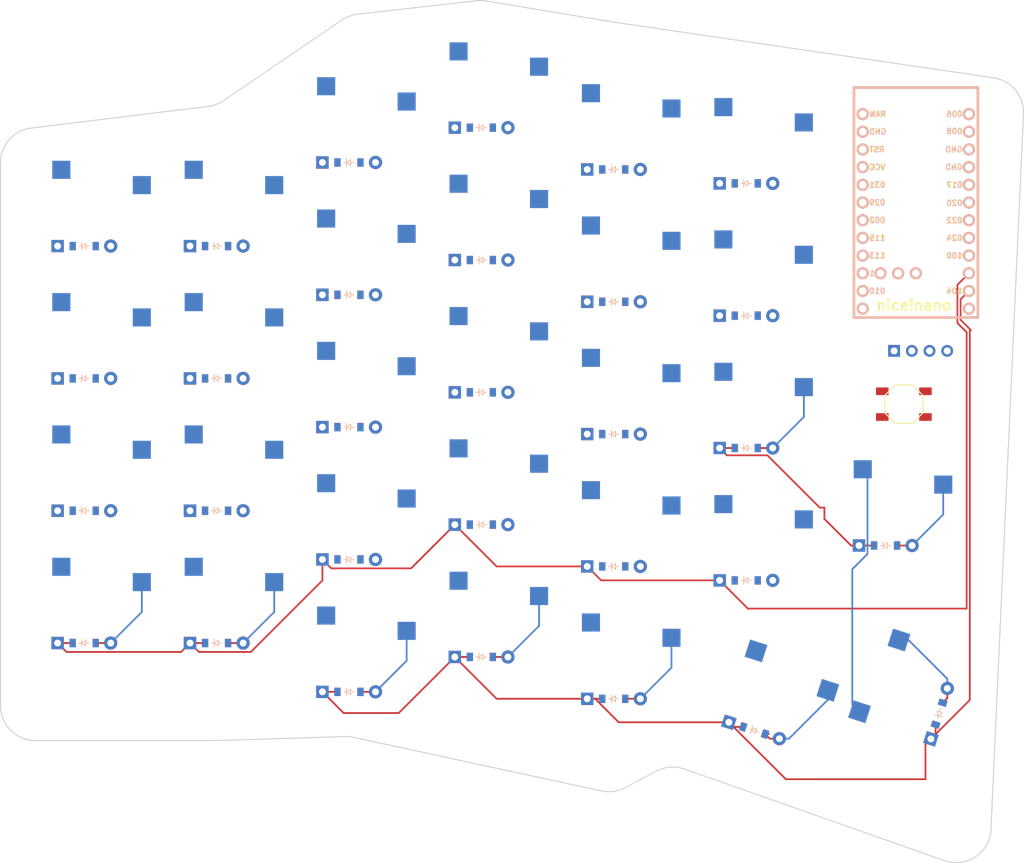
<source format=kicad_pcb>
(kicad_pcb (version 20240108) (generator "pcbnew") (generator_version "8.0")
  (title_block (title "left") (rev "v1.0.0") (company "Unknown"))
  (layers (0 "F.Cu" signal) (31 "B.Cu" signal) (34 "B.Paste" user) (35 "F.Paste" user) (36 "B.SilkS" user "B.Silkscreen") (37 "F.SilkS" user "F.Silkscreen") (38 "B.Mask" user) (39 "F.Mask" user) (44 "Edge.Cuts" user))
  (net 0 "")
  (net 1 "p031")
  (net 2 "outer_bottom")
  (net 3 "outer_home")
  (net 4 "outer_top")
  (net 5 "outer_num")
  (net 6 "P002")
  (net 7 "pinky_bottom")
  (net 8 "pinky_home")
  (net 9 "pinky_top")
  (net 10 "pinky_num")
  (net 11 "P115")
  (net 12 "ring_mod")
  (net 13 "ring_bottom")
  (net 14 "ring_home")
  (net 15 "ring_top")
  (net 16 "ring_num")
  (net 17 "P113")
  (net 18 "middle_mod")
  (net 19 "middle_bottom")
  (net 20 "middle_home")
  (net 21 "middle_top")
  (net 22 "middle_num")
  (net 23 "P111")
  (net 24 "index_mod")
  (net 25 "index_bottom")
  (net 26 "index_home")
  (net 27 "index_top")
  (net 28 "index_num")
  (net 29 "P010")
  (net 30 "inner_bottom")
  (net 31 "inner_home")
  (net 32 "inner_top")
  (net 33 "inner_num")
  (net 34 "P109")
  (net 35 "inner_mod_home")
  (net 36 "home_cluster")
  (net 37 "far_cluster")
  (net 38 "P011")
  (net 39 "P100")
  (net 40 "P024")
  (net 41 "P022")
  (net 42 "P104")
  (net 43 "RAW")
  (net 44 "GND")
  (net 45 "RST")
  (net 46 "VCC")
  (net 47 "P031")
  (net 48 "P029")
  (net 49 "P009")
  (net 50 "P006")
  (net 51 "P008")
  (net 52 "P017")
  (net 53 "P020")
  (net 54 "P106")
  (net 55 "P101")
  (net 56 "P102")
  (net 57 "P107")
  (net 58 "reset")
  (footprint "E73:SW_TACT_ALPS_SKQGABE010" (layer "F.Cu") (at 195.4 77.65)
    (property "Reference" "B1" (hide yes))
    (property "Value" "" (hide yes))
  )
  (footprint "ComboDiode" (layer "F.Cu") (at 115.775 42.95)
    (property "Reference" "D13" (hide yes))
    (property "Value" "" (hide yes))
  )
  (footprint "ComboDiode" (layer "F.Cu") (at 96.775 111.95)
    (property "Reference" "D5" (hide yes))
    (property "Value" "" (hide yes))
  )
  (footprint "ComboDiode" (layer "F.Cu") (at 172.775 83.95)
    (property "Reference" "D25" (hide yes))
    (property "Value" "" (hide yes))
  )
  (footprint "ComboDiode" (layer "F.Cu") (at 153.775 119.95)
    (property "Reference" "D19" (hide yes))
    (property "Value" "" (hide yes))
  )
  (footprint "ComboDiode" (layer "F.Cu") (at 173.914066 124.503216 -18)
    (property "Reference" "D29" (hide yes))
    (property "Value" "" (hide yes))
  )
  (footprint "PG1350" (layer "F.Cu") (at 96.775 87.95)
    (property "Reference" "S6" (hide yes))
    (property "Value" "" (hide yes))
  )
  (footprint "PG1350" (layer "F.Cu") (at 172.775 78.95)
    (property "Reference" "S25" (hide yes))
    (property "Value" "" (hide yes))
  )
  (footprint "ComboDiode" (layer "F.Cu") (at 77.775 92.95)
    (property "Reference" "D2" (hide yes))
    (property "Value" "" (hide yes))
  )
  (footprint "ComboDiode" (layer "F.Cu") (at 153.775 100.95)
    (property "Reference" "D20" (hide yes))
    (property "Value" "" (hide yes))
  )
  (footprint "PG1350" (layer "F.Cu") (at 77.775 68.95)
    (property "Reference" "S3" (hide yes))
    (property "Value" "" (hide yes))
  )
  (footprint "ComboDiode" (layer "F.Cu") (at 192.775 97.95)
    (property "Reference" "D28" (hide yes))
    (property "Value" "" (hide yes))
  )
  (footprint "PG1350" (layer "F.Cu") (at 115.775 113.95)
    (property "Reference" "S9" (hide yes))
    (property "Value" "" (hide yes))
  )
  (footprint "ComboDiode" (layer "F.Cu") (at 200.459629 122.088039 72)
    (property "Reference" "D30" (hide yes))
    (property "Value" "" (hide yes))
  )
  (footprint "PG1350" (layer "F.Cu") (at 134.775 89.95)
    (property "Reference" "S15" (hide yes))
    (property "Value" "" (hide yes))
  )
  (footprint "PG1350" (layer "F.Cu") (at 134.775 70.95)
    (property "Reference" "S16" (hide yes))
    (property "Value" "" (hide yes))
  )
  (footprint "PG1350" (layer "F.Cu") (at 172.775 40.95)
    (property "Reference" "S27" (hide yes))
    (property "Value" "" (hide yes))
  )
  (footprint "PG1350" (layer "F.Cu") (at 134.775 108.95)
    (property "Reference" "S14" (hide yes))
    (property "Value" "" (hide yes))
  )
  (footprint "ComboDiode" (layer "F.Cu") (at 153.775 43.95)
    (property "Reference" "D23" (hide yes))
    (property "Value" "" (hide yes))
  )
  (footprint "ComboDiode" (layer "F.Cu") (at 134.775 113.95)
    (property "Reference" "D14" (hide yes))
    (property "Value" "" (hide yes))
  )
  (footprint "ComboDiode" (layer "F.Cu") (at 96.775 73.95)
    (property "Reference" "D7" (hide yes))
    (property "Value" "" (hide yes))
  )
  (footprint "PG1350" (layer "F.Cu") (at 153.775 57.95)
    (property "Reference" "S22" (hide yes))
    (property "Value" "" (hide yes))
  )
  (footprint "ComboDiode" (layer "F.Cu") (at 172.775 45.95)
    (property "Reference" "D27" (hide yes))
    (property "Value" "" (hide yes))
  )
  (footprint "PG1350" (layer "F.Cu") (at 115.775 94.95)
    (property "Reference" "S10" (hide yes))
    (property "Value" "" (hide yes))
  )
  (footprint "ComboDiode" (layer "F.Cu") (at 115.775 118.95)
    (property "Reference" "D9" (hide yes))
    (property "Value" "" (hide yes))
  )
  (footprint "PG1350" (layer "F.Cu") (at 96.775 49.95)
    (property "Reference" "S8" (hide yes))
    (property "Value" "" (hide yes))
  )
  (footprint "PG1350" (layer "F.Cu") (at 153.775 38.95)
    (property "Reference" "S23" (hide yes))
    (property "Value" "" (hide yes))
  )
  (footprint "ComboDiode" (layer "F.Cu") (at 77.775 111.95)
    (property "Reference" "D1" (hide yes))
    (property "Value" "" (hide yes))
  )
  (footprint "PG1350" (layer "F.Cu") (at 153.775 76.95)
    (property "Reference" "S21" (hide yes))
    (property "Value" "" (hide yes))
  )
  (footprint "PG1350" (layer "F.Cu") (at 134.775 32.95)
    (property "Reference" "S18" (hide yes))
    (property "Value" "" (hide yes))
  )
  (footprint "PG1350" (layer "F.Cu") (at 172.775 59.95)
    (property "Reference" "S26" (hide yes))
    (property "Value" "" (hide yes))
  )
  (footprint "lib:OLED_headers" (layer "F.Cu") (at 203.8 68.4 -90)
    (property "Reference" "OLED1" (hide yes))
    (property "Value" "OLED")
  )
  (footprint "ComboDiode" (layer "F.Cu") (at 134.775 37.95)
    (property "Reference" "D18" (hide yes))
    (property "Value" "" (hide yes))
  )
  (footprint "PG1350" (layer "F.Cu") (at 77.775 87.95)
    (property "Reference" "S2" (hide yes))
    (property "Value" "" (hide yes))
  )
  (footprint "ComboDiode" (layer "F.Cu") (at 115.775 61.95)
    (property "Reference" "D12" (hide yes))
    (property "Value" "" (hide yes))
  )
  (footprint "PG1350" (layer "F.Cu") (at 96.775 106.95)
    (property "Reference" "S5" (hide yes))
    (property "Value" "" (hide yes))
  )
  (footprint "PG1350" (layer "F.Cu") (at 115.775 37.95)
    (property "Reference" "S13" (hide yes))
    (property "Value" "" (hide yes))
  )
  (footprint "ComboDiode" (layer "F.Cu") (at 153.775 81.95)
    (property "Reference" "D21" (hide yes))
    (property "Value" "" (hide yes))
  )
  (footprint "PG1350" (layer "F.Cu") (at 172.775 97.95)
    (property "Reference" "S24" (hide yes))
    (property "Value" "" (hide yes))
  )
  (footprint "PG1350" (layer "F.Cu") (at 153.775 95.95)
    (property "Reference" "S20" (hide yes))
    (property "Value" "" (hide yes))
  )
  (footprint "nice_nano" (layer "F.Cu") (at 197.12 49.97 -90)
    (property "Reference" "MCU1" (hide yes))
    (property "Value" "nice_nano" (hide yes))
  )
  (footprint "PG1350" (layer "F.Cu") (at 96.775 68.95)
    (property "Reference" "S7" (hide yes))
    (property "Value" "" (hide yes))
  )
  (footprint "ComboDiode" (layer "F.Cu") (at 172.775 64.95)
    (property "Reference" "D26" (hide yes))
    (property "Value" "" (hide yes))
  )
  (footprint "PG1350" (layer "F.Cu") (at 153.775 114.95)
    (property "Reference" "S19" (hide yes))
    (property "Value" "" (hide yes))
  )
  (footprint "ComboDiode" (layer "F.Cu") (at 115.775 80.95)
    (property "Reference" "D11" (hide yes))
    (property "Value" "" (hide yes))
  )
  (footprint "PG1350" (layer "F.Cu") (at 192.775 92.95)
    (property "Reference" "S28" (hide yes))
    (property "Value" "" (hide yes))
  )
  (footprint "PG1350" (layer "F.Cu") (at 115.775 75.95)
    (property "Reference" "S11" (hide yes))
    (property "Value" "" (hide yes))
  )
  (footprint "ComboDiode" (layer "F.Cu") (at 134.775 94.95)
    (property "Reference" "D15" (hide yes))
    (property "Value" "" (hide yes))
  )
  (footprint "PG1350" (layer "F.Cu") (at 195.704346 120.542953 72)
    (property "Reference" "S30" (hide yes))
    (property "Value" "" (hide yes))
  )
  (footprint "ComboDiode" (layer "F.Cu") (at 96.775 92.95)
    (property "Reference" "D6" (hide yes))
    (property "Value" "" (hide yes))
  )
  (footprint "ComboDiode" (layer "F.Cu") (at 134.775 75.95)
    (property "Reference" "D16" (hide yes))
    (property "Value" "" (hide yes))
  )
  (footprint "ComboDiode" (layer "F.Cu") (at 153.775 62.95)
    (property "Reference" "D22" (hide yes))
    (property "Value" "" (hide yes))
  )
  (footprint "PG1350" (layer "F.Cu") (at 134.775 51.95)
    (property "Reference" "S17" (hide yes))
    (property "Value" "" (hide yes))
  )
  (footprint "ComboDiode" (layer "F.Cu") (at 77.775 73.95)
    (property "Reference" "D3" (hide yes))
    (property "Value" "" (hide yes))
  )
  (footprint "PG1350" (layer "F.Cu") (at 77.775 49.95)
    (property "Reference" "S4" (hide yes))
    (property "Value" "" (hide yes))
  )
  (footprint "ComboDiode" (layer "F.Cu") (at 134.775 56.95)
    (property "Reference" "D17" (hide yes))
    (property "Value" "" (hide yes))
  )
  (footprint "PG1350" (layer "F.Cu") (at 175.459151 119.747933 -18)
    (property "Reference" "S29" (hide yes))
    (property "Value" "" (hide yes))
  )
  (footprint "ComboDiode" (layer "F.Cu") (at 77.775 54.95)
    (property "Reference" "D4" (hide yes))
    (property "Value" "" (hide yes))
  )
  (footprint "ComboDiode" (layer "F.Cu") (at 96.775 54.95)
    (property "Reference" "D8" (hide yes))
    (property "Value" "" (hide yes))
  )
  (footprint "PG1350" (layer "F.Cu") (at 115.775 56.95)
    (property "Reference" "S12" (hide yes))
    (property "Value" "" (hide yes))
  )
  (footprint "ComboDiode" (layer "F.Cu") (at 172.775 102.95)
    (property "Reference" "D24" (hide yes))
    (property "Value" "" (hide yes))
  )
  (footprint "ComboDiode" (layer "F.Cu") (at 115.775 99.95)
    (property "Reference" "D10" (hide yes))
    (property "Value" "" (hide yes))
  )
  (footprint "PG1350" (layer "F.Cu") (at 77.775 106.95)
    (property "Reference" "S1" (hide yes))
    (property "Value" "" (hide yes))
  )
  (gr_arc (start 115.160734 125.369397) (mid 115.771591 125.387473) (end 116.375679 125.479936) (stroke (width 0.15)) (layer "Edge.Cuts"))
  (gr_arc (start 134.082524 19.728359) (mid 134.773752 19.698316) (end 135.46251 19.763982) (stroke (width 0.15)) (layer "Edge.Cuts"))
  (gr_arc (start 207.899858 138.708018) (mid 205.700263 142.626661) (end 201.242781 143.196601) (stroke (width 0.15)) (layer "Edge.Cuts"))
  (gr_line (start 96.696072 125.95) (end 70.775 125.95) (stroke (width 0.15)) (layer "Edge.Cuts"))
  (gr_arc (start 153.821312 22.80679) (mid 153.775035 22.799784) (end 153.728825 22.792345) (stroke (width 0.15)) (layer "Edge.Cuts"))
  (gr_arc (start 97.777937 34.06642) (mid 96.723831 34.614107) (end 95.570277 34.897676) (stroke (width 0.15)) (layer "Edge.Cuts"))
  (gr_arc (start 70.775 125.95) (mid 67.239466 124.485534) (end 65.775 120.95) (stroke (width 0.15)) (layer "Edge.Cuts"))
  (gr_arc (start 96.853888 125.947509) (mid 96.77499 125.949377) (end 96.696072 125.95) (stroke (width 0.15)) (layer "Edge.Cuts"))
  (gr_line (start 117.005518 21.660757) (end 134.082524 19.728359) (stroke (width 0.15)) (layer "Edge.Cuts"))
  (gr_line (start 212.569642 35.968076) (end 207.899857 138.708018) (stroke (width 0.15)) (layer "Edge.Cuts"))
  (gr_arc (start 155.386941 132.717781) (mid 153.731123 133.250913) (end 151.992862 133.184495) (stroke (width 0.15)) (layer "Edge.Cuts"))
  (gr_line (start 151.992862 133.184495) (end 116.375679 125.479936) (stroke (width 0.15)) (layer "Edge.Cuts"))
  (gr_line (start 153.821312 22.80679) (end 208.300097 30.793934) (stroke (width 0.15)) (layer "Edge.Cuts"))
  (gr_line (start 70.16665 38.011669) (end 95.570277 34.897676) (stroke (width 0.15)) (layer "Edge.Cuts"))
  (gr_line (start 97.777937 34.066419) (end 114.75171 22.497453) (stroke (width 0.15)) (layer "Edge.Cuts"))
  (gr_arc (start 159.903713 130.329803) (mid 161.872398 129.76364) (end 163.902896 130.034449) (stroke (width 0.15)) (layer "Edge.Cuts"))
  (gr_line (start 201.242781 143.196601) (end 163.902896 130.034449) (stroke (width 0.15)) (layer "Edge.Cuts"))
  (gr_arc (start 65.775 42.974522) (mid 67.030554 39.661046) (end 70.16665 38.011669) (stroke (width 0.15)) (layer "Edge.Cuts"))
  (gr_line (start 65.775 120.95) (end 65.775 42.974522) (stroke (width 0.15)) (layer "Edge.Cuts"))
  (gr_arc (start 114.75171 22.497453) (mid 115.827578 21.94163) (end 117.005518 21.660757) (stroke (width 0.15)) (layer "Edge.Cuts"))
  (gr_line (start 135.46251 19.763982) (end 153.728825 22.792345) (stroke (width 0.15)) (layer "Edge.Cuts"))
  (gr_arc (start 208.300096 30.793934) (mid 211.431343 32.558744) (end 212.569642 35.968076) (stroke (width 0.15)) (layer "Edge.Cuts"))
  (gr_line (start 115.160734 125.369398) (end 96.853888 125.947509) (stroke (width 0.15)) (layer "Edge.Cuts"))
  (gr_line (start 159.903713 130.329804) (end 155.386941 132.717781) (stroke (width 0.15)) (layer "Edge.Cuts"))
  (segment (start 81.585 111.95) (end 79.425 111.95) (width 0.25) (layer "F.Cu") (net 2))
  (segment (start 86.05 103.2) (end 86.05 107.485) (width 0.25) (layer "B.Cu") (net 2))
  (segment (start 86.05 107.485) (end 81.585 111.95) (width 0.25) (layer "B.Cu") (net 2))
  (segment (start 100.585 111.95) (end 98.425 111.95) (width 0.25) (layer "F.Cu") (net 7))
  (segment (start 105.05 107.485) (end 100.585 111.95) (width 0.25) (layer "B.Cu") (net 7))
  (segment (start 105.05 103.2) (end 105.05 107.485) (width 0.25) (layer "B.Cu") (net 7))
  (segment (start 119.585 118.95) (end 117.425 118.95) (width 0.25) (layer "F.Cu") (net 12))
  (segment (start 124.05 110.2) (end 124.05 114.485) (width 0.25) (layer "B.Cu") (net 12))
  (segment (start 124.05 114.485) (end 119.585 118.95) (width 0.25) (layer "B.Cu") (net 12))
  (segment (start 138.585 113.95) (end 136.425 113.95) (width 0.25) (layer "F.Cu") (net 18))
  (segment (start 143.05 105.2) (end 143.05 109.485) (width 0.25) (layer "B.Cu") (net 18))
  (segment (start 143.05 109.485) (end 138.585 113.95) (width 0.25) (layer "B.Cu") (net 18))
  (segment (start 157.585 119.95) (end 155.425 119.95) (width 0.25) (layer "F.Cu") (net 24))
  (segment (start 162.05 115.485) (end 157.585 119.95) (width 0.25) (layer "B.Cu") (net 24))
  (segment (start 162.05 111.2) (end 162.05 115.485) (width 0.25) (layer "B.Cu") (net 24))
  (segment (start 176.585 83.95) (end 174.425 83.95) (width 0.25) (layer "F.Cu") (net 31))
  (segment (start 181.05 79.485) (end 176.585 83.95) (width 0.25) (layer "B.Cu") (net 31))
  (segment (start 181.05 75.2) (end 181.05 79.485) (width 0.25) (layer "B.Cu") (net 31))
  (segment (start 188.001843 120.787326) (end 188.001843 101.341157) (width 0.25) (layer "B.Cu") (net 34))
  (segment (start 189.033529 121.819012) (end 188.001843 120.787326) (width 0.25) (layer "B.Cu") (net 34))
  (segment (start 188.001843 101.341157) (end 190.179 99.164) (width 0.25) (layer "B.Cu") (net 34))
  (segment (start 190.179 99.164) (end 190.179 87.679) (width 0.25) (layer "B.Cu") (net 34))
  (segment (start 190.179 87.679) (end 189.5 87) (width 0.25) (layer "B.Cu") (net 34))
  (segment (start 196.585 97.95) (end 194.425 97.95) (width 0.25) (layer "F.Cu") (net 35))
  (segment (start 201.05 93.485) (end 196.585 97.95) (width 0.25) (layer "B.Cu") (net 35))
  (segment (start 201.05 89.2) (end 201.05 93.485) (width 0.25) (layer "B.Cu") (net 35))
  (segment (start 177.537591 125.680571) (end 176.150786 125.680571) (width 0.25) (layer "F.Cu") (net 36))
  (segment (start 176.150786 125.680571) (end 175.483309 125.013094) (width 0.25) (layer "F.Cu") (net 36))
  (segment (start 175.483309 125.013094) (end 175.986906 125.013094) (width 0.25) (layer "F.Cu") (net 36))
  (segment (start 175.986906 125.013094) (end 176 125) (width 0.25) (layer "F.Cu") (net 36))
  (segment (start 178.912874 125.680571) (end 177.537591 125.680571) (width 0.25) (layer "B.Cu") (net 36))
  (segment (start 184.487957 118.738587) (end 184.487957 120.105488) (width 0.25) (layer "B.Cu") (net 36))
  (segment (start 184.487957 120.105488) (end 178.912874 125.680571) (width 0.25) (layer "B.Cu") (net 36))
  (segment (start 201.636984 119.851319) (end 200.969507 120.518796) (width 0.25) (layer "F.Cu") (net 37))
  (segment (start 201.636984 118.464514) (end 201.636984 119.851319) (width 0.25) (layer "F.Cu") (net 37))
  (segment (start 201.636984 117.08923) (end 201.636984 118.464514) (width 0.25) (layer "B.Cu") (net 37))
  (segment (start 194.695 111.514147) (end 196.061901 111.514147) (width 0.25) (layer "B.Cu") (net 37))
  (segment (start 196.061901 111.514147) (end 201.636984 117.08923) (width 0.25) (layer "B.Cu") (net 37))
  (segment (start 75.2425 113.2275) (end 91.6875 113.2275) (width 0.25) (layer "F.Cu") (net 38))
  (segment (start 204.4087 107) (end 204.4087 67.327696) (width 0.25) (layer "F.Cu") (net 38))
  (segment (start 91.6875 113.2275) (end 92.965 111.95) (width 0.25) (layer "F.Cu") (net 38))
  (segment (start 76.125 111.95) (end 73.965 111.95) (width 0.25) (layer "F.Cu") (net 38))
  (segment (start 92.965 111.95) (end 94.2425 113.2275) (width 0.25) (layer "F.Cu") (net 38))
  (segment (start 173.015 107) (end 204.4087 107) (width 0.25) (layer "F.Cu") (net 38))
  (segment (start 203.0887 66.007696) (end 203.0887 60.5113) (width 0.25) (layer "F.Cu") (net 38))
  (segment (start 111.965 102.96) (end 111.965 99.95) (width 0.25) (layer "F.Cu") (net 38))
  (segment (start 95.125 111.95) (end 92.965 111.95) (width 0.25) (layer "F.Cu") (net 38))
  (segment (start 94.2425 113.2275) (end 101.6975 113.2275) (width 0.25) (layer "F.Cu") (net 38))
  (segment (start 136.965 100.95) (end 149.965 100.95) (width 0.25) (layer "F.Cu") (net 38))
  (segment (start 151.965 102.95) (end 168.965 102.95) (width 0.25) (layer "F.Cu") (net 38))
  (segment (start 101.6975 113.2275) (end 111.965 102.96) (width 0.25) (layer "F.Cu") (net 38))
  (segment (start 73.965 111.95) (end 75.2425 113.2275) (width 0.25) (layer "F.Cu") (net 38))
  (segment (start 168.965 102.95) (end 173.015 107) (width 0.25) (layer "F.Cu") (net 38))
  (segment (start 203.0887 60.5113) (end 204.74 58.86) (width 0.25) (layer "F.Cu") (net 38))
  (segment (start 204.4087 67.327696) (end 203.0887 66.007696) (width 0.25) (layer "F.Cu") (net 38))
  (segment (start 124.6875 101.2275) (end 130.965 94.95) (width 0.25) (layer "F.Cu") (net 38))
  (segment (start 113.2425 101.2275) (end 124.6875 101.2275) (width 0.25) (layer "F.Cu") (net 38))
  (segment (start 111.965 99.95) (end 113.2425 101.2275) (width 0.25) (layer "F.Cu") (net 38))
  (segment (start 149.965 100.95) (end 151.965 102.95) (width 0.25) (layer "F.Cu") (net 38))
  (segment (start 130.965 94.95) (end 136.965 100.95) (width 0.25) (layer "F.Cu") (net 38))
  (segment (start 184 94.124) (end 184 92.5) (width 0.25) (layer "F.Cu") (net 39))
  (segment (start 170.015 85) (end 168.965 83.95) (width 0.25) (layer "F.Cu") (net 39))
  (segment (start 188.965 97.95) (end 187.826 97.95) (width 0.25) (layer "F.Cu") (net 39))
  (segment (start 184 92.5) (end 183.328342 92.5) (width 0.25) (layer "F.Cu") (net 39))
  (segment (start 183.328342 92.5) (end 175.828342 85) (width 0.25) (layer "F.Cu") (net 39))
  (segment (start 187.826 97.95) (end 184 94.124) (width 0.25) (layer "F.Cu") (net 39))
  (segment (start 191.125 97.95) (end 188.965 97.95) (width 0.25) (layer "F.Cu") (net 39))
  (segment (start 171.125 83.95) (end 168.965 83.95) (width 0.25) (layer "F.Cu") (net 39))
  (segment (start 175.828342 85) (end 170.015 85) (width 0.25) (layer "F.Cu") (net 39))
  (segment (start 203.5387 65.5387) (end 203.5387 62.6013) (width 0.25) (layer "F.Cu") (net 42))
  (segment (start 133.125 113.95) (end 130.965 113.95) (width 0.25) (layer "F.Cu") (net 42))
  (segment (start 122.915 122) (end 130.965 113.95) (width 0.25) (layer "F.Cu") (net 42))
  (segment (start 178.46468 131.5) (end 198.5 131.5) (width 0.25) (layer "F.Cu") (net 42))
  (segment (start 111.965 118.95) (end 115.015 122) (width 0.25) (layer "F.Cu") (net 42))
  (segment (start 154.479861 123.325861) (end 170.290541 123.325861) (width 0.25) (layer "F.Cu") (net 42))
  (segment (start 114.125 118.95) (end 111.965 118.95) (width 0.25) (layer "F.Cu") (net 42))
  (segment (start 115.015 122) (end 122.915 122) (width 0.25) (layer "F.Cu") (net 42))
  (segment (start 199.949751 123.657282) (end 199.949751 125.044087) (width 0.25) (layer "F.Cu") (net 42))
  (segment (start 204.8587 67.1413) (end 205 67) (width 0.25) (layer "F.Cu") (net 42))
  (segment (start 203.5387 62.6013) (end 204.74 61.4) (width 0.25) (layer "F.Cu") (net 42))
  (segment (start 152.125 119.95) (end 149.965 119.95) (width 0.25) (layer "F.Cu") (net 42))
  (segment (start 199.949751 125.044087) (end 199.282274 125.711564) (width 0.25) (layer "F.Cu") (net 42))
  (segment (start 205 67) (end 203.5387 65.5387) (width 0.25) (layer "F.Cu") (net 42))
  (segment (start 204.8587 120.135138) (end 204.8587 67.1413) (width 0.25) (layer "F.Cu") (net 42))
  (segment (start 149.965 119.95) (end 151.104 119.95) (width 0.25) (layer "F.Cu") (net 42))
  (segment (start 198.5 126.493838) (end 199.282274 125.711564) (width 0.25) (layer "F.Cu") (net 42))
  (segment (start 170.958018 123.993338) (end 170.290541 123.325861) (width 0.25) (layer "F.Cu") (net 42))
  (segment (start 170.290541 123.325861) (end 178.46468 131.5) (width 0.25) (layer "F.Cu") (net 42))
  (segment (start 198.5 131.5) (end 198.5 126.493838) (width 0.25) (layer "F.Cu") (net 42))
  (segment (start 151.104 119.95) (end 154.479861 123.325861) (width 0.25) (layer "F.Cu") (net 42))
  (segment (start 199.282274 125.711564) (end 204.8587 120.135138) (width 0.25) (layer "F.Cu") (net 42))
  (segment (start 136.965 119.95) (end 149.965 119.95) (width 0.25) (layer "F.Cu") (net 42))
  (segment (start 130.965 113.95) (end 136.965 119.95) (width 0.25) (layer "F.Cu") (net 42))
  (segment (start 172.344823 123.993338) (end 170.958018 123.993338) (width 0.25) (layer "F.Cu") (net 42))
)
</source>
